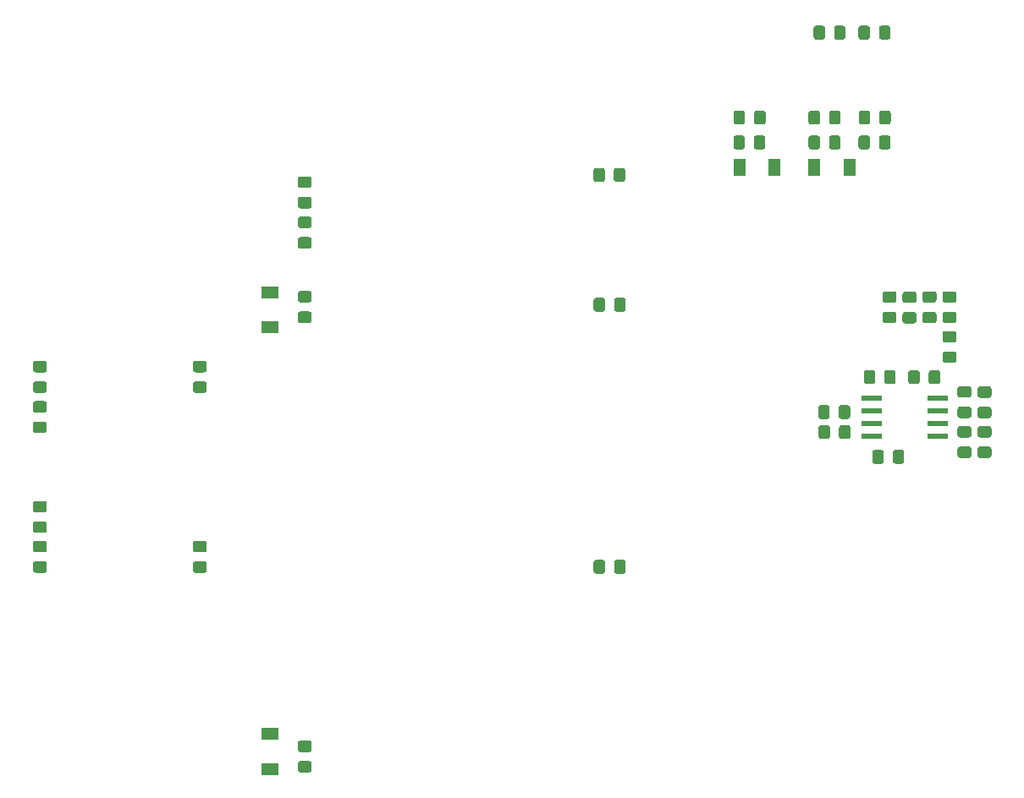
<source format=gtp>
G04 #@! TF.GenerationSoftware,KiCad,Pcbnew,(5.1.9)-1*
G04 #@! TF.CreationDate,2021-04-28T19:37:10+02:00*
G04 #@! TF.ProjectId,KicadJE_Drum_PE78 - Base,4b696361-644a-4455-9f44-72756d5f5045,rev?*
G04 #@! TF.SameCoordinates,Original*
G04 #@! TF.FileFunction,Paste,Top*
G04 #@! TF.FilePolarity,Positive*
%FSLAX46Y46*%
G04 Gerber Fmt 4.6, Leading zero omitted, Abs format (unit mm)*
G04 Created by KiCad (PCBNEW (5.1.9)-1) date 2021-04-28 19:37:10*
%MOMM*%
%LPD*%
G01*
G04 APERTURE LIST*
%ADD10R,1.300000X1.700000*%
%ADD11R,1.700000X1.300000*%
%ADD12R,2.000000X0.550000*%
G04 APERTURE END LIST*
G36*
G01*
X130400000Y-51950001D02*
X130400000Y-51049999D01*
G75*
G02*
X130649999Y-50800000I249999J0D01*
G01*
X131300001Y-50800000D01*
G75*
G02*
X131550000Y-51049999I0J-249999D01*
G01*
X131550000Y-51950001D01*
G75*
G02*
X131300001Y-52200000I-249999J0D01*
G01*
X130649999Y-52200000D01*
G75*
G02*
X130400000Y-51950001I0J249999D01*
G01*
G37*
G36*
G01*
X132450000Y-51950001D02*
X132450000Y-51049999D01*
G75*
G02*
X132699999Y-50800000I249999J0D01*
G01*
X133350001Y-50800000D01*
G75*
G02*
X133600000Y-51049999I0J-249999D01*
G01*
X133600000Y-51950001D01*
G75*
G02*
X133350001Y-52200000I-249999J0D01*
G01*
X132699999Y-52200000D01*
G75*
G02*
X132450000Y-51950001I0J249999D01*
G01*
G37*
D10*
X130500000Y-65000000D03*
X134000000Y-65000000D03*
X123000000Y-65000000D03*
X126500000Y-65000000D03*
G36*
G01*
X53450001Y-91600000D02*
X52549999Y-91600000D01*
G75*
G02*
X52300000Y-91350001I0J249999D01*
G01*
X52300000Y-90699999D01*
G75*
G02*
X52549999Y-90450000I249999J0D01*
G01*
X53450001Y-90450000D01*
G75*
G02*
X53700000Y-90699999I0J-249999D01*
G01*
X53700000Y-91350001D01*
G75*
G02*
X53450001Y-91600000I-249999J0D01*
G01*
G37*
G36*
G01*
X53450001Y-89550000D02*
X52549999Y-89550000D01*
G75*
G02*
X52300000Y-89300001I0J249999D01*
G01*
X52300000Y-88649999D01*
G75*
G02*
X52549999Y-88400000I249999J0D01*
G01*
X53450001Y-88400000D01*
G75*
G02*
X53700000Y-88649999I0J-249999D01*
G01*
X53700000Y-89300001D01*
G75*
G02*
X53450001Y-89550000I-249999J0D01*
G01*
G37*
G36*
G01*
X53450001Y-99550000D02*
X52549999Y-99550000D01*
G75*
G02*
X52300000Y-99300001I0J249999D01*
G01*
X52300000Y-98649999D01*
G75*
G02*
X52549999Y-98400000I249999J0D01*
G01*
X53450001Y-98400000D01*
G75*
G02*
X53700000Y-98649999I0J-249999D01*
G01*
X53700000Y-99300001D01*
G75*
G02*
X53450001Y-99550000I-249999J0D01*
G01*
G37*
G36*
G01*
X53450001Y-101600000D02*
X52549999Y-101600000D01*
G75*
G02*
X52300000Y-101350001I0J249999D01*
G01*
X52300000Y-100699999D01*
G75*
G02*
X52549999Y-100450000I249999J0D01*
G01*
X53450001Y-100450000D01*
G75*
G02*
X53700000Y-100699999I0J-249999D01*
G01*
X53700000Y-101350001D01*
G75*
G02*
X53450001Y-101600000I-249999J0D01*
G01*
G37*
D11*
X76000000Y-77500000D03*
X76000000Y-81000000D03*
X76000000Y-125250000D03*
X76000000Y-121750000D03*
G36*
G01*
X138100000Y-51049999D02*
X138100000Y-51950001D01*
G75*
G02*
X137850001Y-52200000I-249999J0D01*
G01*
X137199999Y-52200000D01*
G75*
G02*
X136950000Y-51950001I0J249999D01*
G01*
X136950000Y-51049999D01*
G75*
G02*
X137199999Y-50800000I249999J0D01*
G01*
X137850001Y-50800000D01*
G75*
G02*
X138100000Y-51049999I0J-249999D01*
G01*
G37*
G36*
G01*
X136050000Y-51049999D02*
X136050000Y-51950001D01*
G75*
G02*
X135800001Y-52200000I-249999J0D01*
G01*
X135149999Y-52200000D01*
G75*
G02*
X134900000Y-51950001I0J249999D01*
G01*
X134900000Y-51049999D01*
G75*
G02*
X135149999Y-50800000I249999J0D01*
G01*
X135800001Y-50800000D01*
G75*
G02*
X136050000Y-51049999I0J-249999D01*
G01*
G37*
G36*
G01*
X125600000Y-59549999D02*
X125600000Y-60450001D01*
G75*
G02*
X125350001Y-60700000I-249999J0D01*
G01*
X124699999Y-60700000D01*
G75*
G02*
X124450000Y-60450001I0J249999D01*
G01*
X124450000Y-59549999D01*
G75*
G02*
X124699999Y-59300000I249999J0D01*
G01*
X125350001Y-59300000D01*
G75*
G02*
X125600000Y-59549999I0J-249999D01*
G01*
G37*
G36*
G01*
X123550000Y-59549999D02*
X123550000Y-60450001D01*
G75*
G02*
X123300001Y-60700000I-249999J0D01*
G01*
X122649999Y-60700000D01*
G75*
G02*
X122400000Y-60450001I0J249999D01*
G01*
X122400000Y-59549999D01*
G75*
G02*
X122649999Y-59300000I249999J0D01*
G01*
X123300001Y-59300000D01*
G75*
G02*
X123550000Y-59549999I0J-249999D01*
G01*
G37*
G36*
G01*
X136075000Y-59549999D02*
X136075000Y-60450001D01*
G75*
G02*
X135825001Y-60700000I-249999J0D01*
G01*
X135174999Y-60700000D01*
G75*
G02*
X134925000Y-60450001I0J249999D01*
G01*
X134925000Y-59549999D01*
G75*
G02*
X135174999Y-59300000I249999J0D01*
G01*
X135825001Y-59300000D01*
G75*
G02*
X136075000Y-59549999I0J-249999D01*
G01*
G37*
G36*
G01*
X138125000Y-59549999D02*
X138125000Y-60450001D01*
G75*
G02*
X137875001Y-60700000I-249999J0D01*
G01*
X137224999Y-60700000D01*
G75*
G02*
X136975000Y-60450001I0J249999D01*
G01*
X136975000Y-59549999D01*
G75*
G02*
X137224999Y-59300000I249999J0D01*
G01*
X137875001Y-59300000D01*
G75*
G02*
X138125000Y-59549999I0J-249999D01*
G01*
G37*
G36*
G01*
X131950000Y-60450001D02*
X131950000Y-59549999D01*
G75*
G02*
X132199999Y-59300000I249999J0D01*
G01*
X132850001Y-59300000D01*
G75*
G02*
X133100000Y-59549999I0J-249999D01*
G01*
X133100000Y-60450001D01*
G75*
G02*
X132850001Y-60700000I-249999J0D01*
G01*
X132199999Y-60700000D01*
G75*
G02*
X131950000Y-60450001I0J249999D01*
G01*
G37*
G36*
G01*
X129900000Y-60450001D02*
X129900000Y-59549999D01*
G75*
G02*
X130149999Y-59300000I249999J0D01*
G01*
X130800001Y-59300000D01*
G75*
G02*
X131050000Y-59549999I0J-249999D01*
G01*
X131050000Y-60450001D01*
G75*
G02*
X130800001Y-60700000I-249999J0D01*
G01*
X130149999Y-60700000D01*
G75*
G02*
X129900000Y-60450001I0J249999D01*
G01*
G37*
G36*
G01*
X52549999Y-84375000D02*
X53450001Y-84375000D01*
G75*
G02*
X53700000Y-84624999I0J-249999D01*
G01*
X53700000Y-85275001D01*
G75*
G02*
X53450001Y-85525000I-249999J0D01*
G01*
X52549999Y-85525000D01*
G75*
G02*
X52300000Y-85275001I0J249999D01*
G01*
X52300000Y-84624999D01*
G75*
G02*
X52549999Y-84375000I249999J0D01*
G01*
G37*
G36*
G01*
X52549999Y-86425000D02*
X53450001Y-86425000D01*
G75*
G02*
X53700000Y-86674999I0J-249999D01*
G01*
X53700000Y-87325001D01*
G75*
G02*
X53450001Y-87575000I-249999J0D01*
G01*
X52549999Y-87575000D01*
G75*
G02*
X52300000Y-87325001I0J249999D01*
G01*
X52300000Y-86674999D01*
G75*
G02*
X52549999Y-86425000I249999J0D01*
G01*
G37*
G36*
G01*
X53450001Y-103550000D02*
X52549999Y-103550000D01*
G75*
G02*
X52300000Y-103300001I0J249999D01*
G01*
X52300000Y-102649999D01*
G75*
G02*
X52549999Y-102400000I249999J0D01*
G01*
X53450001Y-102400000D01*
G75*
G02*
X53700000Y-102649999I0J-249999D01*
G01*
X53700000Y-103300001D01*
G75*
G02*
X53450001Y-103550000I-249999J0D01*
G01*
G37*
G36*
G01*
X53450001Y-105600000D02*
X52549999Y-105600000D01*
G75*
G02*
X52300000Y-105350001I0J249999D01*
G01*
X52300000Y-104699999D01*
G75*
G02*
X52549999Y-104450000I249999J0D01*
G01*
X53450001Y-104450000D01*
G75*
G02*
X53700000Y-104699999I0J-249999D01*
G01*
X53700000Y-105350001D01*
G75*
G02*
X53450001Y-105600000I-249999J0D01*
G01*
G37*
G36*
G01*
X68549999Y-86425000D02*
X69450001Y-86425000D01*
G75*
G02*
X69700000Y-86674999I0J-249999D01*
G01*
X69700000Y-87325001D01*
G75*
G02*
X69450001Y-87575000I-249999J0D01*
G01*
X68549999Y-87575000D01*
G75*
G02*
X68300000Y-87325001I0J249999D01*
G01*
X68300000Y-86674999D01*
G75*
G02*
X68549999Y-86425000I249999J0D01*
G01*
G37*
G36*
G01*
X68549999Y-84375000D02*
X69450001Y-84375000D01*
G75*
G02*
X69700000Y-84624999I0J-249999D01*
G01*
X69700000Y-85275001D01*
G75*
G02*
X69450001Y-85525000I-249999J0D01*
G01*
X68549999Y-85525000D01*
G75*
G02*
X68300000Y-85275001I0J249999D01*
G01*
X68300000Y-84624999D01*
G75*
G02*
X68549999Y-84375000I249999J0D01*
G01*
G37*
G36*
G01*
X69450001Y-105600000D02*
X68549999Y-105600000D01*
G75*
G02*
X68300000Y-105350001I0J249999D01*
G01*
X68300000Y-104699999D01*
G75*
G02*
X68549999Y-104450000I249999J0D01*
G01*
X69450001Y-104450000D01*
G75*
G02*
X69700000Y-104699999I0J-249999D01*
G01*
X69700000Y-105350001D01*
G75*
G02*
X69450001Y-105600000I-249999J0D01*
G01*
G37*
G36*
G01*
X69450001Y-103550000D02*
X68549999Y-103550000D01*
G75*
G02*
X68300000Y-103300001I0J249999D01*
G01*
X68300000Y-102649999D01*
G75*
G02*
X68549999Y-102400000I249999J0D01*
G01*
X69450001Y-102400000D01*
G75*
G02*
X69700000Y-102649999I0J-249999D01*
G01*
X69700000Y-103300001D01*
G75*
G02*
X69450001Y-103550000I-249999J0D01*
G01*
G37*
G36*
G01*
X79950001Y-69100000D02*
X79049999Y-69100000D01*
G75*
G02*
X78800000Y-68850001I0J249999D01*
G01*
X78800000Y-68199999D01*
G75*
G02*
X79049999Y-67950000I249999J0D01*
G01*
X79950001Y-67950000D01*
G75*
G02*
X80200000Y-68199999I0J-249999D01*
G01*
X80200000Y-68850001D01*
G75*
G02*
X79950001Y-69100000I-249999J0D01*
G01*
G37*
G36*
G01*
X79950001Y-67050000D02*
X79049999Y-67050000D01*
G75*
G02*
X78800000Y-66800001I0J249999D01*
G01*
X78800000Y-66149999D01*
G75*
G02*
X79049999Y-65900000I249999J0D01*
G01*
X79950001Y-65900000D01*
G75*
G02*
X80200000Y-66149999I0J-249999D01*
G01*
X80200000Y-66800001D01*
G75*
G02*
X79950001Y-67050000I-249999J0D01*
G01*
G37*
G36*
G01*
X79950001Y-73125000D02*
X79049999Y-73125000D01*
G75*
G02*
X78800000Y-72875001I0J249999D01*
G01*
X78800000Y-72224999D01*
G75*
G02*
X79049999Y-71975000I249999J0D01*
G01*
X79950001Y-71975000D01*
G75*
G02*
X80200000Y-72224999I0J-249999D01*
G01*
X80200000Y-72875001D01*
G75*
G02*
X79950001Y-73125000I-249999J0D01*
G01*
G37*
G36*
G01*
X79950001Y-71075000D02*
X79049999Y-71075000D01*
G75*
G02*
X78800000Y-70825001I0J249999D01*
G01*
X78800000Y-70174999D01*
G75*
G02*
X79049999Y-69925000I249999J0D01*
G01*
X79950001Y-69925000D01*
G75*
G02*
X80200000Y-70174999I0J-249999D01*
G01*
X80200000Y-70825001D01*
G75*
G02*
X79950001Y-71075000I-249999J0D01*
G01*
G37*
G36*
G01*
X138450001Y-80600000D02*
X137549999Y-80600000D01*
G75*
G02*
X137300000Y-80350001I0J249999D01*
G01*
X137300000Y-79699999D01*
G75*
G02*
X137549999Y-79450000I249999J0D01*
G01*
X138450001Y-79450000D01*
G75*
G02*
X138700000Y-79699999I0J-249999D01*
G01*
X138700000Y-80350001D01*
G75*
G02*
X138450001Y-80600000I-249999J0D01*
G01*
G37*
G36*
G01*
X138450001Y-78550000D02*
X137549999Y-78550000D01*
G75*
G02*
X137300000Y-78300001I0J249999D01*
G01*
X137300000Y-77649999D01*
G75*
G02*
X137549999Y-77400000I249999J0D01*
G01*
X138450001Y-77400000D01*
G75*
G02*
X138700000Y-77649999I0J-249999D01*
G01*
X138700000Y-78300001D01*
G75*
G02*
X138450001Y-78550000I-249999J0D01*
G01*
G37*
G36*
G01*
X140450001Y-78575000D02*
X139549999Y-78575000D01*
G75*
G02*
X139300000Y-78325001I0J249999D01*
G01*
X139300000Y-77674999D01*
G75*
G02*
X139549999Y-77425000I249999J0D01*
G01*
X140450001Y-77425000D01*
G75*
G02*
X140700000Y-77674999I0J-249999D01*
G01*
X140700000Y-78325001D01*
G75*
G02*
X140450001Y-78575000I-249999J0D01*
G01*
G37*
G36*
G01*
X140450001Y-80625000D02*
X139549999Y-80625000D01*
G75*
G02*
X139300000Y-80375001I0J249999D01*
G01*
X139300000Y-79724999D01*
G75*
G02*
X139549999Y-79475000I249999J0D01*
G01*
X140450001Y-79475000D01*
G75*
G02*
X140700000Y-79724999I0J-249999D01*
G01*
X140700000Y-80375001D01*
G75*
G02*
X140450001Y-80625000I-249999J0D01*
G01*
G37*
G36*
G01*
X142450001Y-80600000D02*
X141549999Y-80600000D01*
G75*
G02*
X141300000Y-80350001I0J249999D01*
G01*
X141300000Y-79699999D01*
G75*
G02*
X141549999Y-79450000I249999J0D01*
G01*
X142450001Y-79450000D01*
G75*
G02*
X142700000Y-79699999I0J-249999D01*
G01*
X142700000Y-80350001D01*
G75*
G02*
X142450001Y-80600000I-249999J0D01*
G01*
G37*
G36*
G01*
X142450001Y-78550000D02*
X141549999Y-78550000D01*
G75*
G02*
X141300000Y-78300001I0J249999D01*
G01*
X141300000Y-77649999D01*
G75*
G02*
X141549999Y-77400000I249999J0D01*
G01*
X142450001Y-77400000D01*
G75*
G02*
X142700000Y-77649999I0J-249999D01*
G01*
X142700000Y-78300001D01*
G75*
G02*
X142450001Y-78550000I-249999J0D01*
G01*
G37*
G36*
G01*
X144450001Y-78550000D02*
X143549999Y-78550000D01*
G75*
G02*
X143300000Y-78300001I0J249999D01*
G01*
X143300000Y-77649999D01*
G75*
G02*
X143549999Y-77400000I249999J0D01*
G01*
X144450001Y-77400000D01*
G75*
G02*
X144700000Y-77649999I0J-249999D01*
G01*
X144700000Y-78300001D01*
G75*
G02*
X144450001Y-78550000I-249999J0D01*
G01*
G37*
G36*
G01*
X144450001Y-80600000D02*
X143549999Y-80600000D01*
G75*
G02*
X143300000Y-80350001I0J249999D01*
G01*
X143300000Y-79699999D01*
G75*
G02*
X143549999Y-79450000I249999J0D01*
G01*
X144450001Y-79450000D01*
G75*
G02*
X144700000Y-79699999I0J-249999D01*
G01*
X144700000Y-80350001D01*
G75*
G02*
X144450001Y-80600000I-249999J0D01*
G01*
G37*
G36*
G01*
X145950001Y-90100000D02*
X145049999Y-90100000D01*
G75*
G02*
X144800000Y-89850001I0J249999D01*
G01*
X144800000Y-89199999D01*
G75*
G02*
X145049999Y-88950000I249999J0D01*
G01*
X145950001Y-88950000D01*
G75*
G02*
X146200000Y-89199999I0J-249999D01*
G01*
X146200000Y-89850001D01*
G75*
G02*
X145950001Y-90100000I-249999J0D01*
G01*
G37*
G36*
G01*
X145950001Y-88050000D02*
X145049999Y-88050000D01*
G75*
G02*
X144800000Y-87800001I0J249999D01*
G01*
X144800000Y-87149999D01*
G75*
G02*
X145049999Y-86900000I249999J0D01*
G01*
X145950001Y-86900000D01*
G75*
G02*
X146200000Y-87149999I0J-249999D01*
G01*
X146200000Y-87800001D01*
G75*
G02*
X145950001Y-88050000I-249999J0D01*
G01*
G37*
G36*
G01*
X145049999Y-90900000D02*
X145950001Y-90900000D01*
G75*
G02*
X146200000Y-91149999I0J-249999D01*
G01*
X146200000Y-91800001D01*
G75*
G02*
X145950001Y-92050000I-249999J0D01*
G01*
X145049999Y-92050000D01*
G75*
G02*
X144800000Y-91800001I0J249999D01*
G01*
X144800000Y-91149999D01*
G75*
G02*
X145049999Y-90900000I249999J0D01*
G01*
G37*
G36*
G01*
X145049999Y-92950000D02*
X145950001Y-92950000D01*
G75*
G02*
X146200000Y-93199999I0J-249999D01*
G01*
X146200000Y-93850001D01*
G75*
G02*
X145950001Y-94100000I-249999J0D01*
G01*
X145049999Y-94100000D01*
G75*
G02*
X144800000Y-93850001I0J249999D01*
G01*
X144800000Y-93199999D01*
G75*
G02*
X145049999Y-92950000I249999J0D01*
G01*
G37*
G36*
G01*
X147950001Y-88075000D02*
X147049999Y-88075000D01*
G75*
G02*
X146800000Y-87825001I0J249999D01*
G01*
X146800000Y-87174999D01*
G75*
G02*
X147049999Y-86925000I249999J0D01*
G01*
X147950001Y-86925000D01*
G75*
G02*
X148200000Y-87174999I0J-249999D01*
G01*
X148200000Y-87825001D01*
G75*
G02*
X147950001Y-88075000I-249999J0D01*
G01*
G37*
G36*
G01*
X147950001Y-90125000D02*
X147049999Y-90125000D01*
G75*
G02*
X146800000Y-89875001I0J249999D01*
G01*
X146800000Y-89224999D01*
G75*
G02*
X147049999Y-88975000I249999J0D01*
G01*
X147950001Y-88975000D01*
G75*
G02*
X148200000Y-89224999I0J-249999D01*
G01*
X148200000Y-89875001D01*
G75*
G02*
X147950001Y-90125000I-249999J0D01*
G01*
G37*
G36*
G01*
X147950001Y-92050000D02*
X147049999Y-92050000D01*
G75*
G02*
X146800000Y-91800001I0J249999D01*
G01*
X146800000Y-91149999D01*
G75*
G02*
X147049999Y-90900000I249999J0D01*
G01*
X147950001Y-90900000D01*
G75*
G02*
X148200000Y-91149999I0J-249999D01*
G01*
X148200000Y-91800001D01*
G75*
G02*
X147950001Y-92050000I-249999J0D01*
G01*
G37*
G36*
G01*
X147950001Y-94100000D02*
X147049999Y-94100000D01*
G75*
G02*
X146800000Y-93850001I0J249999D01*
G01*
X146800000Y-93199999D01*
G75*
G02*
X147049999Y-92950000I249999J0D01*
G01*
X147950001Y-92950000D01*
G75*
G02*
X148200000Y-93199999I0J-249999D01*
G01*
X148200000Y-93850001D01*
G75*
G02*
X147950001Y-94100000I-249999J0D01*
G01*
G37*
G36*
G01*
X130875000Y-89950001D02*
X130875000Y-89049999D01*
G75*
G02*
X131124999Y-88800000I249999J0D01*
G01*
X131775001Y-88800000D01*
G75*
G02*
X132025000Y-89049999I0J-249999D01*
G01*
X132025000Y-89950001D01*
G75*
G02*
X131775001Y-90200000I-249999J0D01*
G01*
X131124999Y-90200000D01*
G75*
G02*
X130875000Y-89950001I0J249999D01*
G01*
G37*
G36*
G01*
X132925000Y-89950001D02*
X132925000Y-89049999D01*
G75*
G02*
X133174999Y-88800000I249999J0D01*
G01*
X133825001Y-88800000D01*
G75*
G02*
X134075000Y-89049999I0J-249999D01*
G01*
X134075000Y-89950001D01*
G75*
G02*
X133825001Y-90200000I-249999J0D01*
G01*
X133174999Y-90200000D01*
G75*
G02*
X132925000Y-89950001I0J249999D01*
G01*
G37*
G36*
G01*
X137475000Y-86450001D02*
X137475000Y-85549999D01*
G75*
G02*
X137724999Y-85300000I249999J0D01*
G01*
X138375001Y-85300000D01*
G75*
G02*
X138625000Y-85549999I0J-249999D01*
G01*
X138625000Y-86450001D01*
G75*
G02*
X138375001Y-86700000I-249999J0D01*
G01*
X137724999Y-86700000D01*
G75*
G02*
X137475000Y-86450001I0J249999D01*
G01*
G37*
G36*
G01*
X135425000Y-86450001D02*
X135425000Y-85549999D01*
G75*
G02*
X135674999Y-85300000I249999J0D01*
G01*
X136325001Y-85300000D01*
G75*
G02*
X136575000Y-85549999I0J-249999D01*
G01*
X136575000Y-86450001D01*
G75*
G02*
X136325001Y-86700000I-249999J0D01*
G01*
X135674999Y-86700000D01*
G75*
G02*
X135425000Y-86450001I0J249999D01*
G01*
G37*
G36*
G01*
X132950000Y-91950001D02*
X132950000Y-91049999D01*
G75*
G02*
X133199999Y-90800000I249999J0D01*
G01*
X133850001Y-90800000D01*
G75*
G02*
X134100000Y-91049999I0J-249999D01*
G01*
X134100000Y-91950001D01*
G75*
G02*
X133850001Y-92200000I-249999J0D01*
G01*
X133199999Y-92200000D01*
G75*
G02*
X132950000Y-91950001I0J249999D01*
G01*
G37*
G36*
G01*
X130900000Y-91950001D02*
X130900000Y-91049999D01*
G75*
G02*
X131149999Y-90800000I249999J0D01*
G01*
X131800001Y-90800000D01*
G75*
G02*
X132050000Y-91049999I0J-249999D01*
G01*
X132050000Y-91950001D01*
G75*
G02*
X131800001Y-92200000I-249999J0D01*
G01*
X131149999Y-92200000D01*
G75*
G02*
X130900000Y-91950001I0J249999D01*
G01*
G37*
G36*
G01*
X129900000Y-62950001D02*
X129900000Y-62049999D01*
G75*
G02*
X130149999Y-61800000I249999J0D01*
G01*
X130800001Y-61800000D01*
G75*
G02*
X131050000Y-62049999I0J-249999D01*
G01*
X131050000Y-62950001D01*
G75*
G02*
X130800001Y-63200000I-249999J0D01*
G01*
X130149999Y-63200000D01*
G75*
G02*
X129900000Y-62950001I0J249999D01*
G01*
G37*
G36*
G01*
X131950000Y-62950001D02*
X131950000Y-62049999D01*
G75*
G02*
X132199999Y-61800000I249999J0D01*
G01*
X132850001Y-61800000D01*
G75*
G02*
X133100000Y-62049999I0J-249999D01*
G01*
X133100000Y-62950001D01*
G75*
G02*
X132850001Y-63200000I-249999J0D01*
G01*
X132199999Y-63200000D01*
G75*
G02*
X131950000Y-62950001I0J249999D01*
G01*
G37*
G36*
G01*
X123525000Y-62049999D02*
X123525000Y-62950001D01*
G75*
G02*
X123275001Y-63200000I-249999J0D01*
G01*
X122624999Y-63200000D01*
G75*
G02*
X122375000Y-62950001I0J249999D01*
G01*
X122375000Y-62049999D01*
G75*
G02*
X122624999Y-61800000I249999J0D01*
G01*
X123275001Y-61800000D01*
G75*
G02*
X123525000Y-62049999I0J-249999D01*
G01*
G37*
G36*
G01*
X125575000Y-62049999D02*
X125575000Y-62950001D01*
G75*
G02*
X125325001Y-63200000I-249999J0D01*
G01*
X124674999Y-63200000D01*
G75*
G02*
X124425000Y-62950001I0J249999D01*
G01*
X124425000Y-62049999D01*
G75*
G02*
X124674999Y-61800000I249999J0D01*
G01*
X125325001Y-61800000D01*
G75*
G02*
X125575000Y-62049999I0J-249999D01*
G01*
G37*
G36*
G01*
X138100000Y-62049999D02*
X138100000Y-62950001D01*
G75*
G02*
X137850001Y-63200000I-249999J0D01*
G01*
X137199999Y-63200000D01*
G75*
G02*
X136950000Y-62950001I0J249999D01*
G01*
X136950000Y-62049999D01*
G75*
G02*
X137199999Y-61800000I249999J0D01*
G01*
X137850001Y-61800000D01*
G75*
G02*
X138100000Y-62049999I0J-249999D01*
G01*
G37*
G36*
G01*
X136050000Y-62049999D02*
X136050000Y-62950001D01*
G75*
G02*
X135800001Y-63200000I-249999J0D01*
G01*
X135149999Y-63200000D01*
G75*
G02*
X134900000Y-62950001I0J249999D01*
G01*
X134900000Y-62049999D01*
G75*
G02*
X135149999Y-61800000I249999J0D01*
G01*
X135800001Y-61800000D01*
G75*
G02*
X136050000Y-62049999I0J-249999D01*
G01*
G37*
G36*
G01*
X79049999Y-79425000D02*
X79950001Y-79425000D01*
G75*
G02*
X80200000Y-79674999I0J-249999D01*
G01*
X80200000Y-80325001D01*
G75*
G02*
X79950001Y-80575000I-249999J0D01*
G01*
X79049999Y-80575000D01*
G75*
G02*
X78800000Y-80325001I0J249999D01*
G01*
X78800000Y-79674999D01*
G75*
G02*
X79049999Y-79425000I249999J0D01*
G01*
G37*
G36*
G01*
X79049999Y-77375000D02*
X79950001Y-77375000D01*
G75*
G02*
X80200000Y-77624999I0J-249999D01*
G01*
X80200000Y-78275001D01*
G75*
G02*
X79950001Y-78525000I-249999J0D01*
G01*
X79049999Y-78525000D01*
G75*
G02*
X78800000Y-78275001I0J249999D01*
G01*
X78800000Y-77624999D01*
G75*
G02*
X79049999Y-77375000I249999J0D01*
G01*
G37*
G36*
G01*
X79049999Y-122400000D02*
X79950001Y-122400000D01*
G75*
G02*
X80200000Y-122649999I0J-249999D01*
G01*
X80200000Y-123300001D01*
G75*
G02*
X79950001Y-123550000I-249999J0D01*
G01*
X79049999Y-123550000D01*
G75*
G02*
X78800000Y-123300001I0J249999D01*
G01*
X78800000Y-122649999D01*
G75*
G02*
X79049999Y-122400000I249999J0D01*
G01*
G37*
G36*
G01*
X79049999Y-124450000D02*
X79950001Y-124450000D01*
G75*
G02*
X80200000Y-124699999I0J-249999D01*
G01*
X80200000Y-125350001D01*
G75*
G02*
X79950001Y-125600000I-249999J0D01*
G01*
X79049999Y-125600000D01*
G75*
G02*
X78800000Y-125350001I0J249999D01*
G01*
X78800000Y-124699999D01*
G75*
G02*
X79049999Y-124450000I249999J0D01*
G01*
G37*
G36*
G01*
X144450001Y-84575000D02*
X143549999Y-84575000D01*
G75*
G02*
X143300000Y-84325001I0J249999D01*
G01*
X143300000Y-83674999D01*
G75*
G02*
X143549999Y-83425000I249999J0D01*
G01*
X144450001Y-83425000D01*
G75*
G02*
X144700000Y-83674999I0J-249999D01*
G01*
X144700000Y-84325001D01*
G75*
G02*
X144450001Y-84575000I-249999J0D01*
G01*
G37*
G36*
G01*
X144450001Y-82525000D02*
X143549999Y-82525000D01*
G75*
G02*
X143300000Y-82275001I0J249999D01*
G01*
X143300000Y-81624999D01*
G75*
G02*
X143549999Y-81375000I249999J0D01*
G01*
X144450001Y-81375000D01*
G75*
G02*
X144700000Y-81624999I0J-249999D01*
G01*
X144700000Y-82275001D01*
G75*
G02*
X144450001Y-82525000I-249999J0D01*
G01*
G37*
D12*
X136200000Y-91905000D03*
X136200000Y-90635000D03*
X136200000Y-89365000D03*
X136200000Y-88095000D03*
X142800000Y-88095000D03*
X142800000Y-89365000D03*
X142800000Y-90635000D03*
X142800000Y-91905000D03*
G36*
G01*
X136275001Y-94425002D02*
X136275001Y-93525000D01*
G75*
G02*
X136525000Y-93275001I249999J0D01*
G01*
X137175002Y-93275001D01*
G75*
G02*
X137425001Y-93525000I0J-249999D01*
G01*
X137425001Y-94425002D01*
G75*
G02*
X137175002Y-94675001I-249999J0D01*
G01*
X136525000Y-94675001D01*
G75*
G02*
X136275001Y-94425002I0J249999D01*
G01*
G37*
G36*
G01*
X138325001Y-94425002D02*
X138325001Y-93525000D01*
G75*
G02*
X138575000Y-93275001I249999J0D01*
G01*
X139225002Y-93275001D01*
G75*
G02*
X139475001Y-93525000I0J-249999D01*
G01*
X139475001Y-94425002D01*
G75*
G02*
X139225002Y-94675001I-249999J0D01*
G01*
X138575000Y-94675001D01*
G75*
G02*
X138325001Y-94425002I0J249999D01*
G01*
G37*
G36*
G01*
X141925000Y-86450001D02*
X141925000Y-85549999D01*
G75*
G02*
X142174999Y-85300000I249999J0D01*
G01*
X142825001Y-85300000D01*
G75*
G02*
X143075000Y-85549999I0J-249999D01*
G01*
X143075000Y-86450001D01*
G75*
G02*
X142825001Y-86700000I-249999J0D01*
G01*
X142174999Y-86700000D01*
G75*
G02*
X141925000Y-86450001I0J249999D01*
G01*
G37*
G36*
G01*
X139875000Y-86450001D02*
X139875000Y-85549999D01*
G75*
G02*
X140124999Y-85300000I249999J0D01*
G01*
X140775001Y-85300000D01*
G75*
G02*
X141025000Y-85549999I0J-249999D01*
G01*
X141025000Y-86450001D01*
G75*
G02*
X140775001Y-86700000I-249999J0D01*
G01*
X140124999Y-86700000D01*
G75*
G02*
X139875000Y-86450001I0J249999D01*
G01*
G37*
G36*
G01*
X108375000Y-66200001D02*
X108375000Y-65299999D01*
G75*
G02*
X108624999Y-65050000I249999J0D01*
G01*
X109275001Y-65050000D01*
G75*
G02*
X109525000Y-65299999I0J-249999D01*
G01*
X109525000Y-66200001D01*
G75*
G02*
X109275001Y-66450000I-249999J0D01*
G01*
X108624999Y-66450000D01*
G75*
G02*
X108375000Y-66200001I0J249999D01*
G01*
G37*
G36*
G01*
X110425000Y-66200001D02*
X110425000Y-65299999D01*
G75*
G02*
X110674999Y-65050000I249999J0D01*
G01*
X111325001Y-65050000D01*
G75*
G02*
X111575000Y-65299999I0J-249999D01*
G01*
X111575000Y-66200001D01*
G75*
G02*
X111325001Y-66450000I-249999J0D01*
G01*
X110674999Y-66450000D01*
G75*
G02*
X110425000Y-66200001I0J249999D01*
G01*
G37*
G36*
G01*
X110450000Y-79200001D02*
X110450000Y-78299999D01*
G75*
G02*
X110699999Y-78050000I249999J0D01*
G01*
X111350001Y-78050000D01*
G75*
G02*
X111600000Y-78299999I0J-249999D01*
G01*
X111600000Y-79200001D01*
G75*
G02*
X111350001Y-79450000I-249999J0D01*
G01*
X110699999Y-79450000D01*
G75*
G02*
X110450000Y-79200001I0J249999D01*
G01*
G37*
G36*
G01*
X108400000Y-79200001D02*
X108400000Y-78299999D01*
G75*
G02*
X108649999Y-78050000I249999J0D01*
G01*
X109300001Y-78050000D01*
G75*
G02*
X109550000Y-78299999I0J-249999D01*
G01*
X109550000Y-79200001D01*
G75*
G02*
X109300001Y-79450000I-249999J0D01*
G01*
X108649999Y-79450000D01*
G75*
G02*
X108400000Y-79200001I0J249999D01*
G01*
G37*
G36*
G01*
X108400000Y-105450001D02*
X108400000Y-104549999D01*
G75*
G02*
X108649999Y-104300000I249999J0D01*
G01*
X109300001Y-104300000D01*
G75*
G02*
X109550000Y-104549999I0J-249999D01*
G01*
X109550000Y-105450001D01*
G75*
G02*
X109300001Y-105700000I-249999J0D01*
G01*
X108649999Y-105700000D01*
G75*
G02*
X108400000Y-105450001I0J249999D01*
G01*
G37*
G36*
G01*
X110450000Y-105450001D02*
X110450000Y-104549999D01*
G75*
G02*
X110699999Y-104300000I249999J0D01*
G01*
X111350001Y-104300000D01*
G75*
G02*
X111600000Y-104549999I0J-249999D01*
G01*
X111600000Y-105450001D01*
G75*
G02*
X111350001Y-105700000I-249999J0D01*
G01*
X110699999Y-105700000D01*
G75*
G02*
X110450000Y-105450001I0J249999D01*
G01*
G37*
M02*

</source>
